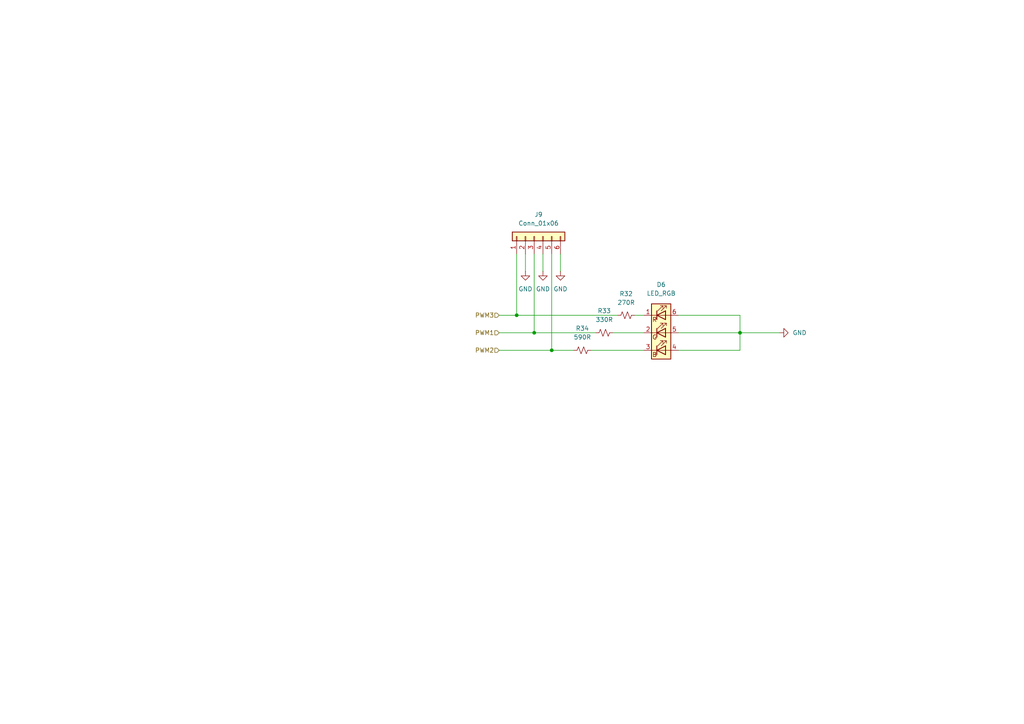
<source format=kicad_sch>
(kicad_sch (version 20250114) (generator "eeschema") (generator_version "9.0")
  (paper "A4")
  (lib_symbols
    (symbol "Connector_Generic:Conn_01x06" (pin_names (offset 1.016) (hide yes))
      (property "Reference" "J" (at 0 7.62 0))
      (property "Value" "Conn_01x06" (at 0 -10.16 0))
      (symbol "Conn_01x06_1_1"
        (rectangle (start -1.27 6.35) (end 1.27 -8.89) (stroke (width 0.254)) (fill (type background)))
        (rectangle (start -1.27 5.207) (end 0 4.953) (stroke (width 0.1524)))
        (rectangle (start -1.27 2.667) (end 0 2.413) (stroke (width 0.1524)))
        (rectangle (start -1.27 0.127) (end 0 -0.127) (stroke (width 0.1524)))
        (rectangle (start -1.27 -2.413) (end 0 -2.667) (stroke (width 0.1524)))
        (rectangle (start -1.27 -4.953) (end 0 -5.207) (stroke (width 0.1524)))
        (rectangle (start -1.27 -7.493) (end 0 -7.747) (stroke (width 0.1524)))
        (pin passive line (at -5.08 5.08 0) (length 3.81) (name "Pin_1") (number "1"))
        (pin passive line (at -5.08 2.54 0) (length 3.81) (name "Pin_2") (number "2"))
        (pin passive line (at -5.08 0 0) (length 3.81) (name "Pin_3") (number "3"))
        (pin passive line (at -5.08 -2.54 0) (length 3.81) (name "Pin_4") (number "4"))
        (pin passive line (at -5.08 -5.08 0) (length 3.81) (name "Pin_5") (number "5"))
        (pin passive line (at -5.08 -7.62 0) (length 3.81) (name "Pin_6") (number "6"))
      )
    )
    (symbol "Device:LED_RGB" (pin_names (offset 0) (hide yes))
      (property "Reference" "D" (at 0 9.398 0))
      (property "Value" "LED_RGB" (at 0 -8.89 0))
      (symbol "LED_RGB_0_0"
        (text "R" (at -1.905 3.81 0) (effects (font (size 1.27 1.27))))
        (text "G" (at -1.905 -1.27 0) (effects (font (size 1.27 1.27))))
        (text "B" (at -1.905 -6.35 0) (effects (font (size 1.27 1.27))))
      )
      (symbol "LED_RGB_0_1"
        (polyline (pts (xy -1.27 6.35) (xy -1.27 3.81)) (stroke (width 0.254)))
        (polyline (pts (xy -1.27 6.35) (xy -1.27 3.81) (xy -1.27 3.81)))
        (polyline (pts (xy -1.27 5.08) (xy -2.54 5.08)))
        (polyline (pts (xy -1.27 5.08) (xy 1.27 5.08)))
        (polyline (pts (xy -1.27 1.27) (xy -1.27 -1.27)) (stroke (width 0.254)))
        (polyline (pts (xy -1.27 1.27) (xy -1.27 -1.27) (xy -1.27 -1.27)))
        (polyline (pts (xy -1.27 0) (xy -2.54 0)))
        (polyline (pts (xy -1.27 -3.81) (xy -1.27 -6.35)) (stroke (width 0.254)))
        (polyline (pts (xy -1.27 -5.08) (xy -2.54 -5.08)))
        (polyline (pts (xy -1.27 -5.08) (xy 1.27 -5.08)))
        (polyline (pts (xy -1.016 6.35) (xy 0.508 7.874) (xy -0.254 7.874) (xy 0.508 7.874) (xy 0.508 7.112)))
        (polyline (pts (xy -1.016 1.27) (xy 0.508 2.794) (xy -0.254 2.794) (xy 0.508 2.794) (xy 0.508 2.032)))
        (polyline (pts (xy -1.016 -3.81) (xy 0.508 -2.286) (xy -0.254 -2.286) (xy 0.508 -2.286) (xy 0.508 -3.048)))
        (polyline (pts (xy 0 6.35) (xy 1.524 7.874) (xy 0.762 7.874) (xy 1.524 7.874) (xy 1.524 7.112)))
        (polyline (pts (xy 0 1.27) (xy 1.524 2.794) (xy 0.762 2.794) (xy 1.524 2.794) (xy 1.524 2.032)))
        (polyline (pts (xy 0 -3.81) (xy 1.524 -2.286) (xy 0.762 -2.286) (xy 1.524 -2.286) (xy 1.524 -3.048)))
        (polyline (pts (xy 1.27 6.35) (xy 1.27 3.81) (xy -1.27 5.08) (xy 1.27 6.35)) (stroke (width 0.254)))
        (rectangle (start 1.27 6.35) (end 1.27 6.35))
        (polyline (pts (xy 1.27 5.08) (xy 2.54 5.08)))
        (rectangle (start 1.27 3.81) (end 1.27 6.35))
        (polyline (pts (xy 1.27 1.27) (xy 1.27 -1.27) (xy -1.27 0) (xy 1.27 1.27)) (stroke (width 0.254)))
        (rectangle (start 1.27 1.27) (end 1.27 1.27))
        (polyline (pts (xy 1.27 0) (xy -1.27 0)))
        (polyline (pts (xy 1.27 0) (xy 2.54 0)))
        (rectangle (start 1.27 -1.27) (end 1.27 1.27))
        (polyline (pts (xy 1.27 -3.81) (xy 1.27 -6.35) (xy -1.27 -5.08) (xy 1.27 -3.81)) (stroke (width 0.254)))
        (polyline (pts (xy 1.27 -5.08) (xy 2.54 -5.08)))
        (rectangle (start 2.794 8.382) (end -2.794 -7.62) (stroke (width 0.254)) (fill (type background)))
      )
      (symbol "LED_RGB_1_1"
        (pin passive line (at -5.08 5.08 0) (length 2.54) (name "RK") (number "1"))
        (pin passive line (at -5.08 0 0) (length 2.54) (name "GK") (number "2"))
        (pin passive line (at -5.08 -5.08 0) (length 2.54) (name "BK") (number "3"))
        (pin passive line (at 5.08 5.08 180) (length 2.54) (name "RA") (number "6"))
        (pin passive line (at 5.08 0 180) (length 2.54) (name "GA") (number "5"))
        (pin passive line (at 5.08 -5.08 180) (length 2.54) (name "BA") (number "4"))
      )
    )
    (symbol "Device:R_Small_US" (pin_numbers (hide yes)) (pin_names (offset 0.254) (hide yes))
      (property "Reference" "R" (at 0.762 0.508 0))
      (property "Value" "R_Small_US" (at 0.762 -1.016 0))
      (symbol "R_Small_US_1_1"
        (polyline (pts (xy 0 1.524) (xy 1.016 1.143) (xy 0 0.762) (xy -1.016 0.381) (xy 0 0)))
        (polyline (pts (xy 0 0) (xy 1.016 -0.381) (xy 0 -0.762) (xy -1.016 -1.143) (xy 0 -1.524)))
        (pin passive line (at 0 2.54 270) (length 1.016) (name "~") (number "1"))
        (pin passive line (at 0 -2.54 90) (length 1.016) (name "~") (number "2"))
      )
    )
    (symbol "power:GND" (power) (pin_numbers (hide yes)) (pin_names (offset 0) (hide yes))
      (property "Value" "GND" (at 0 -3.81 0))
      (symbol "GND_0_1"
        (polyline (pts (xy 0 0) (xy 0 -1.27) (xy 1.27 -1.27) (xy 0 -2.54) (xy -1.27 -1.27) (xy 0 -1.27)))
      )
      (symbol "GND_1_1"
        (pin power_in line (at 0 0 270) (length 0) (name "~") (number "1"))
      )
    )
  )
  (junction (at 154.94 96.52))
  (junction (at 160.02 101.6))
  (junction (at 149.86 91.44))
  (junction (at 214.63 96.52))
  (wire (pts (xy 171.45 101.6) (xy 186.69 101.6)))
  (wire (pts (xy 144.78 96.52) (xy 154.94 96.52)))
  (wire (pts (xy 214.63 96.52) (xy 214.63 101.6)))
  (wire (pts (xy 152.4 73.66) (xy 152.4 78.74)))
  (wire (pts (xy 157.48 73.66) (xy 157.48 78.74)))
  (wire (pts (xy 144.78 101.6) (xy 160.02 101.6)))
  (wire (pts (xy 144.78 91.44) (xy 149.86 91.44)))
  (wire (pts (xy 149.86 91.44) (xy 179.07 91.44)))
  (wire (pts (xy 160.02 101.6) (xy 166.37 101.6)))
  (wire (pts (xy 196.85 96.52) (xy 214.63 96.52)))
  (wire (pts (xy 214.63 96.52) (xy 226.06 96.52)))
  (wire (pts (xy 184.15 91.44) (xy 186.69 91.44)))
  (wire (pts (xy 154.94 96.52) (xy 172.72 96.52)))
  (wire (pts (xy 177.8 96.52) (xy 186.69 96.52)))
  (wire (pts (xy 149.86 73.66) (xy 149.86 91.44)))
  (wire (pts (xy 196.85 101.6) (xy 214.63 101.6)))
  (wire (pts (xy 160.02 73.66) (xy 160.02 101.6)))
  (wire (pts (xy 196.85 91.44) (xy 214.63 91.44)))
  (wire (pts (xy 162.56 73.66) (xy 162.56 78.74)))
  (wire (pts (xy 154.94 73.66) (xy 154.94 96.52)))
  (wire (pts (xy 214.63 91.44) (xy 214.63 96.52)))
  (hierarchical_label "PWM1" (shape input) (at 144.78 96.52 180))
  (hierarchical_label "PWM3" (shape input) (at 144.78 91.44 180))
  (hierarchical_label "PWM2" (shape input) (at 144.78 101.6 180))
  (symbol (lib_id "Device:LED_RGB") (at 191.77 96.52 0) (unit 1)
    (property "Reference" "D6" (at 191.77 82.55 0))
    (property "Value" "LED_RGB" (at 191.77 85.09 0))
    (property "Footprint" "LED_SMD:LED_RGB_5050-6" (effects (hide yes)))
    (property "Description" "RGB LED, 6 pin package" (effects (hide yes)))
  )
  (symbol (lib_id "power:GND") (at 152.4 78.74 0) (unit 1)
    (property "Reference" "#PWR040" (effects (hide yes)))
    (property "Value" "GND" (at 152.4 83.82 0))
    (property "Description" "Power symbol creates a global label with name \"GND\" , ground" (effects (hide yes)))
  )
  (symbol (lib_id "power:GND") (at 157.48 78.74 0) (unit 1)
    (property "Reference" "#PWR041" (effects (hide yes)))
    (property "Value" "GND" (at 157.48 83.82 0))
    (property "Description" "Power symbol creates a global label with name \"GND\" , ground" (effects (hide yes)))
  )
  (symbol (lib_id "Device:R_Small_US") (at 168.91 101.6 90) (unit 1)
    (property "Reference" "R34" (at 168.91 95.25 90))
    (property "Value" "590R" (at 168.91 97.79 90))
    (property "Footprint" "Resistor_SMD:R_0805_2012Metric_Pad1.20x1.40mm_HandSolder" (effects (hide yes)))
    (property "Description" "Resistor, small US symbol" (effects (hide yes)))
  )
  (symbol (lib_id "Device:R_Small_US") (at 175.26 96.52 90) (unit 1)
    (property "Reference" "R33" (at 175.26 90.17 90))
    (property "Value" "330R" (at 175.26 92.71 90))
    (property "Footprint" "Resistor_SMD:R_0805_2012Metric_Pad1.20x1.40mm_HandSolder" (effects (hide yes)))
    (property "Description" "Resistor, small US symbol" (effects (hide yes)))
  )
  (symbol (lib_id "power:GND") (at 226.06 96.52 90) (unit 1)
    (property "Reference" "#PWR043" (effects (hide yes)))
    (property "Value" "GND" (at 229.87 96.5199 90) (effects (justify right)))
    (property "Description" "Power symbol creates a global label with name \"GND\" , ground" (effects (hide yes)))
  )
  (symbol (lib_id "Device:R_Small_US") (at 181.61 91.44 90) (unit 1)
    (property "Reference" "R32" (at 181.61 85.2207 90))
    (property "Value" "270R" (at 181.61 87.7607 90))
    (property "Footprint" "Resistor_SMD:R_0805_2012Metric_Pad1.20x1.40mm_HandSolder" (effects (hide yes)))
    (property "Description" "Resistor, small US symbol" (effects (hide yes)))
  )
  (symbol (lib_id "Connector_Generic:Conn_01x06") (at 154.94 68.58 90) (unit 1)
    (property "Reference" "J9" (at 156.21 62.23 90))
    (property "Value" "Conn_01x06" (at 156.21 64.77 90))
    (property "Footprint" "Connector_JST:JST_EH_B6B-EH-A_1x06_P2.50mm_Vertical" (effects (hide yes)))
    (property "Description" "Generic connector, single row, 01x06, script generated (kicad-library-utils/schlib/autogen/connector/)" (effects (hide yes)))
  )
  (symbol (lib_id "power:GND") (at 162.56 78.74 0) (unit 1)
    (property "Reference" "#PWR042" (effects (hide yes)))
    (property "Value" "GND" (at 162.56 83.82 0))
    (property "Description" "Power symbol creates a global label with name \"GND\" , ground" (effects (hide yes)))
  )
)
</source>
